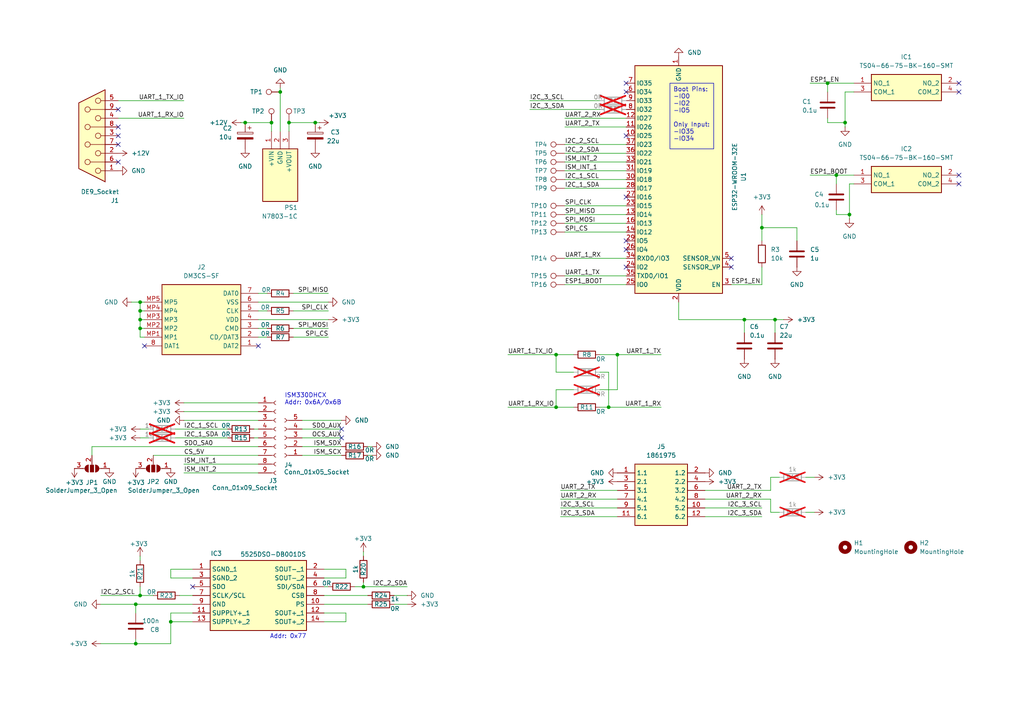
<source format=kicad_sch>
(kicad_sch (version 20250114) (generator "eeschema") (generator_version "9.0")
  (paper "A4")
  (title_block (title "OpenG Sensor Board") (date "2025-04-29") (company "OpenG Project") (comment 1 "Designer: J. Wiedau") (comment 2 "License: GNU GPLv3"))
  (lib_symbols
    (symbol "Connector:Conn_01x05_Socket" (pin_names (offset 1.016) (hide yes))
      (property "Reference" "J" (at 0 7.62 0))
      (property "Value" "Conn_01x05_Socket" (at 0 -7.62 0))
      (symbol "Conn_01x05_Socket_1_1"
        (pin passive line (at -5.08 5.08 0) (length 3.81) (name "Pin_1") (number "1"))
        (pin passive line (at -5.08 2.54 0) (length 3.81) (name "Pin_2") (number "2"))
        (pin passive line (at -5.08 0 0) (length 3.81) (name "Pin_3") (number "3"))
        (pin passive line (at -5.08 -2.54 0) (length 3.81) (name "Pin_4") (number "4"))
        (pin passive line (at -5.08 -5.08 0) (length 3.81) (name "Pin_5") (number "5"))
      )
    )
    (symbol "Connector:Conn_01x09_Socket" (pin_names (offset 1.016) (hide yes))
      (property "Reference" "J" (at 0 12.7 0))
      (property "Value" "Conn_01x09_Socket" (at 0 -12.7 0))
      (symbol "Conn_01x09_Socket_1_1"
        (pin passive line (at -5.08 10.16 0) (length 3.81) (name "Pin_1") (number "1"))
        (pin passive line (at -5.08 7.62 0) (length 3.81) (name "Pin_2") (number "2"))
        (pin passive line (at -5.08 5.08 0) (length 3.81) (name "Pin_3") (number "3"))
        (pin passive line (at -5.08 2.54 0) (length 3.81) (name "Pin_4") (number "4"))
        (pin passive line (at -5.08 0 0) (length 3.81) (name "Pin_5") (number "5"))
        (pin passive line (at -5.08 -2.54 0) (length 3.81) (name "Pin_6") (number "6"))
        (pin passive line (at -5.08 -5.08 0) (length 3.81) (name "Pin_7") (number "7"))
        (pin passive line (at -5.08 -7.62 0) (length 3.81) (name "Pin_8") (number "8"))
        (pin passive line (at -5.08 -10.16 0) (length 3.81) (name "Pin_9") (number "9"))
      )
    )
    (symbol "Connector:DE9_Socket" (pin_names (offset 1.016) (hide yes))
      (property "Reference" "J" (at 0 13.97 0))
      (property "Value" "DE9_Socket" (at 0 -14.605 0))
      (symbol "DE9_Socket_1_1"
        (pin passive line (at -7.62 10.16 0) (length 3.81) (name "1") (number "1"))
        (pin passive line (at -7.62 7.62 0) (length 3.81) (name "6") (number "6"))
        (pin passive line (at -7.62 5.08 0) (length 3.81) (name "2") (number "2"))
        (pin passive line (at -7.62 2.54 0) (length 3.81) (name "7") (number "7"))
        (pin passive line (at -7.62 0 0) (length 3.81) (name "3") (number "3"))
        (pin passive line (at -7.62 -2.54 0) (length 3.81) (name "8") (number "8"))
        (pin passive line (at -7.62 -5.08 0) (length 3.81) (name "4") (number "4"))
        (pin passive line (at -7.62 -7.62 0) (length 3.81) (name "9") (number "9"))
        (pin passive line (at -7.62 -10.16 0) (length 3.81) (name "5") (number "5"))
      )
    )
    (symbol "Connector:TestPoint" (pin_numbers (hide yes)) (pin_names (offset 0.762) (hide yes))
      (property "Reference" "TP" (at 0 6.858 0))
      (property "Value" "TestPoint" (at 0 5.08 0))
      (symbol "TestPoint_1_1"
        (pin passive line (at 0 0 90) (length 2.54) (name "1") (number "1"))
      )
    )
    (symbol "Device:C" (pin_numbers (hide yes)) (pin_names (offset 0.254))
      (property "Reference" "C" (at 0.635 2.54 0))
      (property "Value" "C" (at 0.635 -2.54 0))
      (symbol "C_1_1"
        (pin passive line (at 0 3.81 270) (length 2.794) (name "~") (number "1"))
        (pin passive line (at 0 -3.81 90) (length 2.794) (name "~") (number "2"))
      )
    )
    (symbol "Device:C_Polarized" (pin_numbers (hide yes)) (pin_names (offset 0.254))
      (property "Reference" "C" (at 0.635 2.54 0))
      (property "Value" "C_Polarized" (at 0.635 -2.54 0))
      (symbol "C_Polarized_1_1"
        (pin passive line (at 0 3.81 270) (length 2.794) (name "~") (number "1"))
        (pin passive line (at 0 -3.81 90) (length 2.794) (name "~") (number "2"))
      )
    )
    (symbol "Device:R" (pin_numbers (hide yes)) (pin_names (offset 0))
      (property "Reference" "R" (at 2.032 0 90))
      (property "Value" "R" (at 0 0 90))
      (symbol "R_1_1"
        (pin passive line (at 0 3.81 270) (length 1.27) (name "~") (number "1"))
        (pin passive line (at 0 -3.81 90) (length 1.27) (name "~") (number "2"))
      )
    )
    (symbol "Jumper:SolderJumper_3_Open" (pin_names (offset 0) (hide yes)) (in_bom no)
      (property "Reference" "JP" (at -2.54 -2.54 0))
      (property "Value" "SolderJumper_3_Open" (at 0 2.794 0))
      (symbol "SolderJumper_3_Open_1_1"
        (pin passive line (at -5.08 0 0) (length 2.54) (name "A") (number "1"))
        (pin passive line (at 0 -3.81 90) (length 2.54) (name "C") (number "2"))
        (pin passive line (at 5.08 0 180) (length 2.54) (name "B") (number "3"))
      )
    )
    (symbol "Mechanical:MountingHole" (pin_names (offset 1.016)) (in_bom no)
      (property "Reference" "H" (at 0 5.08 0))
      (property "Value" "MountingHole" (at 0 3.175 0))
    )
    (symbol "OpenG:1861975"
      (property "Reference" "J" (at 21.59 7.62 0))
      (property "Value" "1861975" (at 21.59 5.08 0))
      (symbol "1861975_1_1"
        (pin passive line (at 0 0 0) (length 5.08) (name "1.1") (number "1"))
        (pin passive line (at 0 -2.54 0) (length 5.08) (name "2.1") (number "3"))
        (pin passive line (at 0 -5.08 0) (length 5.08) (name "3.1") (number "5"))
        (pin passive line (at 0 -7.62 0) (length 5.08) (name "4.1") (number "7"))
        (pin passive line (at 0 -10.16 0) (length 5.08) (name "5.1") (number "9"))
        (pin passive line (at 0 -12.7 0) (length 5.08) (name "6.1") (number "11"))
        (pin passive line (at 25.4 0 180) (length 5.08) (name "1.2") (number "2"))
        (pin passive line (at 25.4 -2.54 180) (length 5.08) (name "2.2") (number "4"))
        (pin passive line (at 25.4 -5.08 180) (length 5.08) (name "3.2") (number "6"))
        (pin passive line (at 25.4 -7.62 180) (length 5.08) (name "4.2") (number "8"))
        (pin passive line (at 25.4 -10.16 180) (length 5.08) (name "5.2") (number "10"))
        (pin passive line (at 25.4 -12.7 180) (length 5.08) (name "6.2") (number "12"))
      )
    )
    (symbol "OpenG:5525DSO-DB001DS"
      (property "Reference" "IC4" (at 6.858 4.572 0))
      (property "Value" "5525DSO-DB001DS" (at 23.368 4.318 0))
      (symbol "5525DSO-DB001DS_1_1"
        (pin passive line (at 0 0 0) (length 5.08) (name "SGND_1") (number "1"))
        (pin passive line (at 0 -2.54 0) (length 5.08) (name "SGND_2") (number "3"))
        (pin output line (at 0 -5.08 0) (length 5.08) (name "SDO") (number "5"))
        (pin input line (at 0 -7.62 0) (length 5.08) (name "SCLK/SCL") (number "7"))
        (pin power_in line (at 0 -10.16 0) (length 5.08) (name "GND") (number "9"))
        (pin power_in line (at 0 -12.7 0) (length 5.08) (name "SUPPLY+_1") (number "11"))
        (pin power_in line (at 0 -15.24 0) (length 5.08) (name "SUPPLY+_2") (number "13"))
        (pin passive line (at 38.1 0 180) (length 5.08) (name "SOUT-_1") (number "2"))
        (pin passive line (at 38.1 -2.54 180) (length 5.08) (name "SOUT-_2") (number "4"))
        (pin bidirectional line (at 38.1 -5.08 180) (length 5.08) (name "SDI/SDA") (number "6"))
        (pin input line (at 38.1 -7.62 180) (length 5.08) (name "CSB") (number "8"))
        (pin input line (at 38.1 -10.16 180) (length 5.08) (name "PS") (number "10"))
        (pin output line (at 38.1 -12.7 180) (length 5.08) (name "SOUT+_1") (number "12"))
        (pin output line (at 38.1 -15.24 180) (length 5.08) (name "SOUT+_2") (number "14"))
      )
    )
    (symbol "OpenG:DM3CS-SF"
      (property "Reference" "J" (at 29.21 7.62 0))
      (property "Value" "DM3CS-SF" (at 29.21 5.08 0))
      (symbol "DM3CS-SF_1_1"
        (pin passive line (at 0 0 0) (length 5.08) (name "DAT2") (number "1"))
        (pin passive line (at 0 -2.54 0) (length 5.08) (name "CD/DAT3") (number "2"))
        (pin passive line (at 0 -5.08 0) (length 5.08) (name "CMD") (number "3"))
        (pin passive line (at 0 -7.62 0) (length 5.08) (name "VDD") (number "4"))
        (pin passive line (at 0 -10.16 0) (length 5.08) (name "CLK") (number "5"))
        (pin passive line (at 0 -12.7 0) (length 5.08) (name "VSS") (number "6"))
        (pin passive line (at 0 -15.24 0) (length 5.08) (name "DAT0") (number "7"))
        (pin passive line (at 33.02 0 180) (length 5.08) (name "DAT1") (number "8"))
        (pin passive line (at 33.02 -2.54 180) (length 5.08) (name "MP1") (number "MP1"))
        (pin passive line (at 33.02 -5.08 180) (length 5.08) (name "MP2") (number "MP2"))
        (pin passive line (at 33.02 -7.62 180) (length 5.08) (name "MP3") (number "MP3"))
        (pin passive line (at 33.02 -10.16 180) (length 5.08) (name "MP4") (number "MP4"))
        (pin passive line (at 33.02 -12.7 180) (length 5.08) (name "MP5") (number "MP5"))
      )
    )
    (symbol "OpenG:N7803-1C"
      (property "Reference" "PS" (at 21.59 7.62 0))
      (property "Value" "N7803-1C" (at 21.59 5.08 0))
      (symbol "N7803-1C_1_1"
        (pin passive line (at 0 0 0) (length 5.08) (name "+VIN") (number "1"))
        (pin passive line (at 0 -2.54 0) (length 5.08) (name "GND") (number "2"))
        (pin passive line (at 0 -5.08 0) (length 5.08) (name "+VOUT") (number "3"))
      )
    )
    (symbol "OpenG:TS04-66-75-BK-160-SMT"
      (property "Reference" "IC" (at 26.67 7.62 0))
      (property "Value" "TS04-66-75-BK-160-SMT" (at 26.67 5.08 0))
      (symbol "TS04-66-75-BK-160-SMT_1_1"
        (pin passive line (at 0 0 0) (length 5.08) (name "NO_1") (number "1"))
        (pin passive line (at 0 -2.54 0) (length 5.08) (name "COM_1") (number "3"))
        (pin passive line (at 30.48 0 180) (length 5.08) (name "NO_2") (number "2"))
        (pin passive line (at 30.48 -2.54 180) (length 5.08) (name "COM_2") (number "4"))
      )
    )
    (symbol "RF_Module:ESP32-WROOM-32E"
      (property "Reference" "U" (at -12.7 34.29 0))
      (property "Value" "ESP32-WROOM-32E" (at 1.27 34.29 0))
      (symbol "ESP32-WROOM-32E_1_1"
        (pin input line (at -15.24 30.48 0) (length 2.54) (name "EN") (number "3"))
        (pin input line (at -15.24 25.4 0) (length 2.54) (name "SENSOR_VP") (number "4"))
        (pin input line (at -15.24 22.86 0) (length 2.54) (name "SENSOR_VN") (number "5"))
        (pin no_connect line (at -12.7 0 0) (length 2.54) (hide yes) (name "NC") (number "21"))
        (pin no_connect line (at -12.7 -2.54 0) (length 2.54) (hide yes) (name "NC") (number "22"))
        (pin no_connect line (at -12.7 -5.08 0) (length 2.54) (hide yes) (name "NC") (number "17"))
        (pin no_connect line (at -12.7 -7.62 0) (length 2.54) (hide yes) (name "NC") (number "18"))
        (pin no_connect line (at -12.7 -10.16 0) (length 2.54) (hide yes) (name "NC") (number "20"))
        (pin no_connect line (at -12.7 -12.7 0) (length 2.54) (hide yes) (name "NC") (number "19"))
        (pin no_connect line (at -12.7 -27.94 0) (length 2.54) (hide yes) (name "NC") (number "32"))
        (pin power_in line (at 0 35.56 270) (length 2.54) (name "VDD") (number "2"))
        (pin power_in line (at 0 -35.56 90) (length 2.54) (name "GND") (number "1"))
        (pin passive line (at 0 -35.56 90) (length 2.54) (hide yes) (name "GND") (number "15"))
        (pin passive line (at 0 -35.56 90) (length 2.54) (hide yes) (name "GND") (number "38"))
        (pin passive line (at 0 -35.56 90) (length 2.54) (hide yes) (name "GND") (number "39"))
        (pin bidirectional line (at 15.24 30.48 180) (length 2.54) (name "IO0") (number "25"))
        (pin bidirectional line (at 15.24 27.94 180) (length 2.54) (name "TXD0/IO1") (number "35"))
        (pin bidirectional line (at 15.24 25.4 180) (length 2.54) (name "IO2") (number "24"))
        (pin bidirectional line (at 15.24 22.86 180) (length 2.54) (name "RXD0/IO3") (number "34"))
        (pin bidirectional line (at 15.24 20.32 180) (length 2.54) (name "IO4") (number "26"))
        (pin bidirectional line (at 15.24 17.78 180) (length 2.54) (name "IO5") (number "29"))
        (pin bidirectional line (at 15.24 15.24 180) (length 2.54) (name "IO12") (number "14"))
        (pin bidirectional line (at 15.24 12.7 180) (length 2.54) (name "IO13") (number "16"))
        (pin bidirectional line (at 15.24 10.16 180) (length 2.54) (name "IO14") (number "13"))
        (pin bidirectional line (at 15.24 7.62 180) (length 2.54) (name "IO15") (number "23"))
        (pin bidirectional line (at 15.24 5.08 180) (length 2.54) (name "IO16") (number "27"))
        (pin bidirectional line (at 15.24 2.54 180) (length 2.54) (name "IO17") (number "28"))
        (pin bidirectional line (at 15.24 0 180) (length 2.54) (name "IO18") (number "30"))
        (pin bidirectional line (at 15.24 -2.54 180) (length 2.54) (name "IO19") (number "31"))
        (pin bidirectional line (at 15.24 -5.08 180) (length 2.54) (name "IO21") (number "33"))
        (pin bidirectional line (at 15.24 -7.62 180) (length 2.54) (name "IO22") (number "36"))
        (pin bidirectional line (at 15.24 -10.16 180) (length 2.54) (name "IO23") (number "37"))
        (pin bidirectional line (at 15.24 -12.7 180) (length 2.54) (name "IO25") (number "10"))
        (pin bidirectional line (at 15.24 -15.24 180) (length 2.54) (name "IO26") (number "11"))
        (pin bidirectional line (at 15.24 -17.78 180) (length 2.54) (name "IO27") (number "12"))
        (pin bidirectional line (at 15.24 -20.32 180) (length 2.54) (name "IO32") (number "8"))
        (pin bidirectional line (at 15.24 -22.86 180) (length 2.54) (name "IO33") (number "9"))
        (pin input line (at 15.24 -25.4 180) (length 2.54) (name "IO34") (number "6"))
        (pin input line (at 15.24 -27.94 180) (length 2.54) (name "IO35") (number "7"))
      )
    )
    (symbol "power:+12V" (power) (pin_numbers (hide yes)) (pin_names (offset 0) (hide yes))
      (property "Value" "+12V" (at 0 3.556 0))
      (symbol "+12V_1_1"
        (pin power_in line (at 0 0 90) (length 0) (name "~") (number "1"))
      )
    )
    (symbol "power:+3V3" (power) (pin_numbers (hide yes)) (pin_names (offset 0) (hide yes))
      (property "Value" "+3V3" (at 0 3.556 0))
      (symbol "+3V3_1_1"
        (pin power_in line (at 0 0 90) (length 0) (name "~") (number "1"))
      )
    )
    (symbol "power:GND" (power) (pin_numbers (hide yes)) (pin_names (offset 0) (hide yes))
      (property "Value" "GND" (at 0 -3.81 0))
      (symbol "GND_1_1"
        (pin power_in line (at 0 0 270) (length 0) (name "~") (number "1"))
      )
    )
  )
  (text "Addr: 0x77" (at 83.566 184.658 0) (effects (font (size 1.27 1.27))))
  (text "ISM330DHCX\nAddr: 0x6A/0x6B" (at 82.55 115.824 0) (effects (font (size 1.27 1.27)) (justify left)))
  (text_box "Boot Pins:\n-IO0\n-IO2\n-IO5\n\nOnly Input:\n-IO35\n-IO34" (at 194.31 24.13 0) (size 12.7 19.05) (margins 0.9525 0.9525 0.9525 0.9525) (effects (font (size 1.27 1.27)) (justify left top)))
  (junction (at 71.12 35.56))
  (junction (at 179.07 102.87))
  (junction (at 220.98 66.04))
  (junction (at 49.53 180.34))
  (junction (at 40.64 90.17))
  (junction (at 161.29 118.11))
  (junction (at 105.41 170.18))
  (junction (at 81.28 26.67))
  (junction (at 242.57 50.8))
  (junction (at 91.44 35.56))
  (junction (at 246.38 62.23))
  (junction (at 40.64 87.63))
  (junction (at 83.82 35.56))
  (junction (at 176.53 118.11))
  (junction (at 40.64 172.72))
  (junction (at 161.29 102.87))
  (junction (at 240.03 24.13))
  (junction (at 245.11 35.56))
  (junction (at 39.37 175.26))
  (junction (at 40.64 95.25))
  (junction (at 215.9 92.71))
  (junction (at 224.79 92.71))
  (junction (at 78.74 35.56))
  (junction (at 40.64 92.71))
  (junction (at 39.37 186.69))
  (no_connect (at 181.61 57.15))
  (no_connect (at 278.13 50.8))
  (no_connect (at 99.06 124.46))
  (no_connect (at 212.09 74.93))
  (no_connect (at 181.61 77.47))
  (no_connect (at 181.61 24.13))
  (no_connect (at 212.09 77.47))
  (no_connect (at 34.29 41.91))
  (no_connect (at 34.29 46.99))
  (no_connect (at 34.29 36.83))
  (no_connect (at 55.88 170.18))
  (no_connect (at 34.29 39.37))
  (no_connect (at 74.93 100.33))
  (no_connect (at 181.61 26.67))
  (no_connect (at 181.61 39.37))
  (no_connect (at 99.06 127))
  (no_connect (at 278.13 26.67))
  (no_connect (at 278.13 24.13))
  (no_connect (at 278.13 53.34))
  (no_connect (at 41.91 100.33))
  (no_connect (at 181.61 69.85))
  (no_connect (at 181.61 72.39))
  (no_connect (at 34.29 31.75))
  (wire (pts (xy 53.34 29.21) (xy 34.29 29.21)))
  (wire (pts (xy 85.09 95.25) (xy 95.25 95.25)))
  (wire (pts (xy 245.11 26.67) (xy 247.65 26.67)))
  (wire (pts (xy 166.37 113.03) (xy 161.29 113.03)))
  (wire (pts (xy 220.98 66.04) (xy 220.98 69.85)))
  (wire (pts (xy 107.95 129.54) (xy 106.68 129.54)))
  (wire (pts (xy 246.38 62.23) (xy 246.38 53.34)))
  (wire (pts (xy 223.52 138.43) (xy 226.06 138.43)))
  (wire (pts (xy 234.95 50.8) (xy 242.57 50.8)))
  (wire (pts (xy 40.64 170.18) (xy 40.64 172.72)))
  (wire (pts (xy 73.66 127) (xy 74.93 127)))
  (wire (pts (xy 246.38 63.5) (xy 246.38 62.23)))
  (wire (pts (xy 223.52 148.59) (xy 226.06 148.59)))
  (wire (pts (xy 161.29 107.95) (xy 161.29 102.87)))
  (wire (pts (xy 245.11 35.56) (xy 245.11 26.67)))
  (wire (pts (xy 153.67 29.21) (xy 173.99 29.21)))
  (wire (pts (xy 74.93 87.63) (xy 95.25 87.63)))
  (wire (pts (xy 87.63 129.54) (xy 99.06 129.54)))
  (wire (pts (xy 53.34 121.92) (xy 74.93 121.92)))
  (wire (pts (xy 53.34 34.29) (xy 34.29 34.29)))
  (wire (pts (xy 74.93 95.25) (xy 77.47 95.25)))
  (wire (pts (xy 73.66 124.46) (xy 74.93 124.46)))
  (wire (pts (xy 173.99 118.11) (xy 176.53 118.11)))
  (wire (pts (xy 93.98 180.34) (xy 100.33 180.34)))
  (wire (pts (xy 242.57 50.8) (xy 242.57 53.34)))
  (wire (pts (xy 49.53 180.34) (xy 49.53 186.69)))
  (wire (pts (xy 231.14 66.04) (xy 220.98 66.04)))
  (wire (pts (xy 105.41 161.29) (xy 105.41 160.02)))
  (wire (pts (xy 52.07 172.72) (xy 55.88 172.72)))
  (wire (pts (xy 106.68 172.72) (xy 93.98 172.72)))
  (wire (pts (xy 39.37 186.69) (xy 29.21 186.69)))
  (wire (pts (xy 173.99 113.03) (xy 179.07 113.03)))
  (wire (pts (xy 100.33 167.64) (xy 100.33 165.1)))
  (wire (pts (xy 74.93 90.17) (xy 77.47 90.17)))
  (wire (pts (xy 87.63 132.08) (xy 99.06 132.08)))
  (wire (pts (xy 107.95 132.08) (xy 106.68 132.08)))
  (wire (pts (xy 163.83 34.29) (xy 181.61 34.29)))
  (wire (pts (xy 223.52 144.78) (xy 223.52 148.59)))
  (wire (pts (xy 81.28 25.4) (xy 81.28 26.67)))
  (wire (pts (xy 215.9 92.71) (xy 215.9 96.52)))
  (wire (pts (xy 163.83 67.31) (xy 181.61 67.31)))
  (wire (pts (xy 26.67 129.54) (xy 74.93 129.54)))
  (wire (pts (xy 93.98 167.64) (xy 100.33 167.64)))
  (wire (pts (xy 40.64 95.25) (xy 40.64 92.71)))
  (wire (pts (xy 179.07 102.87) (xy 191.77 102.87)))
  (wire (pts (xy 49.53 180.34) (xy 49.53 177.8)))
  (wire (pts (xy 81.28 26.67) (xy 81.28 38.1)))
  (wire (pts (xy 38.1 87.63) (xy 40.64 87.63)))
  (wire (pts (xy 78.74 35.56) (xy 71.12 35.56)))
  (wire (pts (xy 161.29 102.87) (xy 166.37 102.87)))
  (wire (pts (xy 74.93 85.09) (xy 77.47 85.09)))
  (wire (pts (xy 40.64 172.72) (xy 44.45 172.72)))
  (wire (pts (xy 245.11 36.83) (xy 245.11 35.56)))
  (wire (pts (xy 55.88 167.64) (xy 49.53 167.64)))
  (wire (pts (xy 39.37 175.26) (xy 55.88 175.26)))
  (wire (pts (xy 163.83 41.91) (xy 181.61 41.91)))
  (wire (pts (xy 233.68 138.43) (xy 236.22 138.43)))
  (wire (pts (xy 40.64 162.56) (xy 40.64 161.29)))
  (wire (pts (xy 40.64 92.71) (xy 40.64 90.17)))
  (wire (pts (xy 43.18 124.46) (xy 40.64 124.46)))
  (wire (pts (xy 40.64 90.17) (xy 40.64 87.63)))
  (wire (pts (xy 100.33 165.1) (xy 93.98 165.1)))
  (wire (pts (xy 163.83 52.07) (xy 181.61 52.07)))
  (wire (pts (xy 240.03 24.13) (xy 247.65 24.13)))
  (wire (pts (xy 44.45 132.08) (xy 74.93 132.08)))
  (wire (pts (xy 91.44 35.56) (xy 83.82 35.56)))
  (wire (pts (xy 85.09 97.79) (xy 95.25 97.79)))
  (wire (pts (xy 105.41 170.18) (xy 118.11 170.18)))
  (wire (pts (xy 161.29 113.03) (xy 161.29 118.11)))
  (wire (pts (xy 41.91 90.17) (xy 40.64 90.17)))
  (wire (pts (xy 41.91 97.79) (xy 40.64 97.79)))
  (wire (pts (xy 49.53 165.1) (xy 55.88 165.1)))
  (wire (pts (xy 85.09 90.17) (xy 95.25 90.17)))
  (wire (pts (xy 26.67 132.08) (xy 26.67 129.54)))
  (wire (pts (xy 39.37 177.8) (xy 39.37 175.26)))
  (wire (pts (xy 29.21 175.26) (xy 39.37 175.26)))
  (wire (pts (xy 100.33 180.34) (xy 100.33 177.8)))
  (wire (pts (xy 87.63 127) (xy 99.06 127)))
  (wire (pts (xy 224.79 96.52) (xy 224.79 92.71)))
  (wire (pts (xy 50.8 127) (xy 66.04 127)))
  (wire (pts (xy 231.14 69.85) (xy 231.14 66.04)))
  (wire (pts (xy 242.57 62.23) (xy 246.38 62.23)))
  (wire (pts (xy 163.83 49.53) (xy 181.61 49.53)))
  (wire (pts (xy 204.47 144.78) (xy 223.52 144.78)))
  (wire (pts (xy 53.34 119.38) (xy 74.93 119.38)))
  (wire (pts (xy 163.83 64.77) (xy 181.61 64.77)))
  (wire (pts (xy 147.32 102.87) (xy 161.29 102.87)))
  (wire (pts (xy 240.03 35.56) (xy 245.11 35.56)))
  (wire (pts (xy 163.83 54.61) (xy 181.61 54.61)))
  (wire (pts (xy 212.09 82.55) (xy 220.98 82.55)))
  (wire (pts (xy 41.91 92.71) (xy 40.64 92.71)))
  (wire (pts (xy 85.09 85.09) (xy 95.25 85.09)))
  (wire (pts (xy 196.85 92.71) (xy 215.9 92.71)))
  (wire (pts (xy 163.83 44.45) (xy 181.61 44.45)))
  (wire (pts (xy 220.98 82.55) (xy 220.98 77.47)))
  (wire (pts (xy 40.64 87.63) (xy 41.91 87.63)))
  (wire (pts (xy 83.82 35.56) (xy 83.82 38.1)))
  (wire (pts (xy 53.34 116.84) (xy 74.93 116.84)))
  (wire (pts (xy 163.83 59.69) (xy 181.61 59.69)))
  (wire (pts (xy 173.99 107.95) (xy 176.53 107.95)))
  (wire (pts (xy 74.93 92.71) (xy 95.25 92.71)))
  (wire (pts (xy 93.98 170.18) (xy 95.25 170.18)))
  (wire (pts (xy 147.32 118.11) (xy 161.29 118.11)))
  (wire (pts (xy 87.63 121.92) (xy 99.06 121.92)))
  (wire (pts (xy 163.83 80.01) (xy 181.61 80.01)))
  (wire (pts (xy 153.67 31.75) (xy 173.99 31.75)))
  (wire (pts (xy 179.07 113.03) (xy 179.07 102.87)))
  (wire (pts (xy 204.47 147.32) (xy 220.98 147.32)))
  (wire (pts (xy 102.87 170.18) (xy 105.41 170.18)))
  (wire (pts (xy 29.21 172.72) (xy 40.64 172.72)))
  (wire (pts (xy 118.11 172.72) (xy 114.3 172.72)))
  (wire (pts (xy 166.37 107.95) (xy 161.29 107.95)))
  (wire (pts (xy 55.88 180.34) (xy 49.53 180.34)))
  (wire (pts (xy 162.56 149.86) (xy 179.07 149.86)))
  (wire (pts (xy 87.63 124.46) (xy 99.06 124.46)))
  (wire (pts (xy 181.61 74.93) (xy 163.83 74.93)))
  (wire (pts (xy 204.47 142.24) (xy 223.52 142.24)))
  (wire (pts (xy 196.85 92.71) (xy 196.85 87.63)))
  (wire (pts (xy 161.29 118.11) (xy 166.37 118.11)))
  (wire (pts (xy 43.18 127) (xy 40.64 127)))
  (wire (pts (xy 173.99 102.87) (xy 179.07 102.87)))
  (wire (pts (xy 114.3 175.26) (xy 118.11 175.26)))
  (wire (pts (xy 93.98 177.8) (xy 100.33 177.8)))
  (wire (pts (xy 163.83 36.83) (xy 181.61 36.83)))
  (wire (pts (xy 53.34 134.62) (xy 74.93 134.62)))
  (wire (pts (xy 234.95 24.13) (xy 240.03 24.13)))
  (wire (pts (xy 162.56 144.78) (xy 179.07 144.78)))
  (wire (pts (xy 233.68 148.59) (xy 236.22 148.59)))
  (wire (pts (xy 78.74 35.56) (xy 78.74 38.1)))
  (wire (pts (xy 53.34 137.16) (xy 74.93 137.16)))
  (wire (pts (xy 49.53 177.8) (xy 55.88 177.8)))
  (wire (pts (xy 92.71 35.56) (xy 91.44 35.56)))
  (wire (pts (xy 40.64 97.79) (xy 40.64 95.25)))
  (wire (pts (xy 162.56 147.32) (xy 179.07 147.32)))
  (wire (pts (xy 39.37 185.42) (xy 39.37 186.69)))
  (wire (pts (xy 242.57 60.96) (xy 242.57 62.23)))
  (wire (pts (xy 71.12 35.56) (xy 69.85 35.56)))
  (wire (pts (xy 224.79 92.71) (xy 227.33 92.71)))
  (wire (pts (xy 176.53 118.11) (xy 191.77 118.11)))
  (wire (pts (xy 74.93 97.79) (xy 77.47 97.79)))
  (wire (pts (xy 215.9 92.71) (xy 224.79 92.71)))
  (wire (pts (xy 240.03 24.13) (xy 240.03 26.67)))
  (wire (pts (xy 246.38 53.34) (xy 247.65 53.34)))
  (wire (pts (xy 49.53 186.69) (xy 39.37 186.69)))
  (wire (pts (xy 163.83 62.23) (xy 181.61 62.23)))
  (wire (pts (xy 93.98 175.26) (xy 106.68 175.26)))
  (wire (pts (xy 49.53 167.64) (xy 49.53 165.1)))
  (wire (pts (xy 50.8 124.46) (xy 66.04 124.46)))
  (wire (pts (xy 162.56 142.24) (xy 179.07 142.24)))
  (wire (pts (xy 105.41 168.91) (xy 105.41 170.18)))
  (wire (pts (xy 242.57 50.8) (xy 247.65 50.8)))
  (wire (pts (xy 223.52 142.24) (xy 223.52 138.43)))
  (wire (pts (xy 220.98 62.23) (xy 220.98 66.04)))
  (wire (pts (xy 204.47 149.86) (xy 220.98 149.86)))
  (wire (pts (xy 163.83 46.99) (xy 181.61 46.99)))
  (wire (pts (xy 176.53 107.95) (xy 176.53 118.11)))
  (wire (pts (xy 240.03 34.29) (xy 240.03 35.56)))
  (wire (pts (xy 41.91 95.25) (xy 40.64 95.25)))
  (wire (pts (xy 163.83 82.55) (xy 181.61 82.55)))
  (label "ISM_INT_2" (at 163.83 46.99 0))
  (label "I2C_1_SDA" (at 163.83 54.61 0))
  (label "ISM_SDX" (at 99.06 129.54 180))
  (label "UART_1_TX_IO" (at 147.32 102.87 0))
  (label "SDO_SA0" (at 53.34 129.54 0))
  (label "UART_2_RX" (at 220.98 144.78 180))
  (label "UART_2_TX" (at 163.83 36.83 0))
  (label "SDO_AUX" (at 99.06 124.46 180))
  (label "ISM_INT_1" (at 53.34 134.62 0))
  (label "UART_1_TX" (at 191.77 102.87 180))
  (label "ISM_INT_1" (at 163.83 49.53 0))
  (label "CS_5V" (at 53.34 132.08 0))
  (label "I2C_1_SCL" (at 53.34 124.46 0))
  (label "ESP1_EN" (at 212.09 82.55 0))
  (label "I2C_1_SDA" (at 53.34 127 0))
  (label "SPI_MISO" (at 163.83 62.23 0))
  (label "UART_1_RX" (at 191.77 118.11 180))
  (label "UART_1_TX" (at 163.83 80.01 0))
  (label "UART_2_TX" (at 162.56 142.24 0))
  (label "UART_1_RX" (at 163.83 74.93 0))
  (label "I2C_1_SCL" (at 163.83 52.07 0))
  (label "UART_1_RX_IO" (at 53.34 34.29 180))
  (label "SPI_CS" (at 95.25 97.79 180))
  (label "UART_1_TX_IO" (at 53.34 29.21 180))
  (label "I2C_3_SDA" (at 153.67 31.75 0))
  (label "SPI_MOSI" (at 95.25 95.25 180))
  (label "SPI_CLK" (at 95.25 90.17 180))
  (label "UART_1_RX_IO" (at 147.32 118.11 0))
  (label "UART_2_RX" (at 163.83 34.29 0))
  (label "I2C_3_SCL" (at 153.67 29.21 0))
  (label "ESP1_BOOT" (at 163.83 82.55 0))
  (label "I2C_3_SCL" (at 220.98 147.32 180))
  (label "ISM_INT_2" (at 53.34 137.16 0))
  (label "I2C_2_SDA" (at 163.83 44.45 0))
  (label "SPI_MISO" (at 95.25 85.09 180))
  (label "I2C_2_SDA" (at 118.11 170.18 180))
  (label "I2C_3_SDA" (at 162.56 149.86 0))
  (label "ESP1_BOOT" (at 234.95 50.8 0))
  (label "SPI_CS" (at 163.83 67.31 0))
  (label "UART_2_TX" (at 220.98 142.24 180))
  (label "I2C_3_SCL" (at 162.56 147.32 0))
  (label "SPI_CLK" (at 163.83 59.69 0))
  (label "I2C_3_SDA" (at 220.98 149.86 180))
  (label "I2C_2_SCL" (at 29.21 172.72 0))
  (label "OCS_AUX" (at 99.06 127 180))
  (label "ESP1_EN" (at 234.95 24.13 0))
  (label "ISM_SCX" (at 99.06 132.08 180))
  (label "UART_2_RX" (at 162.56 144.78 0))
  (label "I2C_2_SCL" (at 163.83 41.91 0))
  (label "SPI_MOSI" (at 163.83 64.77 0))
  (symbol (lib_id "Device:R") (at 81.28 95.25 90) (unit 1)
    (property "Reference" "R6" (at 81.28 95.25 90))
    (property "Value" "0R" (at 76.962 94.234 90))
    (property "Footprint" "Resistor_SMD:R_0805_2012Metric_Pad1.20x1.40mm_HandSolder" (effects (hide yes)))
    (property "Description" "Resistor" (effects (hide yes)))
  )
  (symbol (lib_id "OpenG:TS04-66-75-BK-160-SMT") (at 247.65 50.8 0) (unit 1)
    (property "Reference" "IC2" (at 262.89 43.18 0))
    (property "Value" "TS04-66-75-BK-160-SMT" (at 262.89 45.72 0))
    (property "Footprint" "SamacSys_Parts:TS046675BK160SMT" (effects (hide yes)))
    (property "Datasheet" "https://www.sameskydevices.com/product/resource/supplyframepdf/ts04.pdf" (effects (hide yes)))
    (property "Description" "6 x 6 mm, 7.5 mm Actuator Height, 160 gf, Black, Surface Mount, SPST, Tactile Switch" (effects (hide yes)))
    (property "Height" "7.8" (effects (hide yes)))
    (property "Mouser Part Number" "179-TS046675BK160SMT" (effects (hide yes)))
    (property "Mouser Price/Stock" "https://www.mouser.co.uk/ProductDetail/CUI-Devices/TS04-66-75-BK-160-SMT?qs=A6eO%252BMLsxmR5CIauYOve0Q%3D%3D" (effects (hide yes)))
    (property "Manufacturer_Name" "Same Sky" (effects (hide yes)))
    (property "Manufacturer_Part_Number" "TS04-66-75-BK-160-SMT" (effects (hide yes)))
  )
  (symbol (lib_id "Device:C") (at 242.57 57.15 0) (unit 1)
    (property "Reference" "C4" (at 236.22 56.388 0) (effects (justify left)))
    (property "Value" "0.1u" (at 236.22 59.436 0) (effects (justify left)))
    (property "Footprint" "Capacitor_SMD:C_0805_2012Metric_Pad1.18x1.45mm_HandSolder" (effects (hide yes)))
    (property "Description" "0.1u 50VDC" (effects (hide yes)))
  )
  (symbol (lib_id "Device:R") (at 46.99 127 270) (unit 1) (dnp yes)
    (property "Reference" "R14" (at 46.99 127 90))
    (property "Value" "1k" (at 43.18 125.984 90))
    (property "Footprint" "Resistor_SMD:R_0805_2012Metric_Pad1.20x1.40mm_HandSolder" (effects (hide yes)))
    (property "Description" "Resistor" (effects (hide yes)))
  )
  (symbol (lib_id "Connector:DE9_Socket") (at 26.67 39.37 180) (unit 1)
    (property "Reference" "J1" (at 34.544 58.166 0) (effects (justify left)))
    (property "Value" "DE9_Socket" (at 34.544 55.626 0) (effects (justify left)))
    (property "Footprint" "SamacSys_Parts:NFD17E09SAFC1DA" (effects (hide yes)))
    (property "Datasheet" "https://cdn.amphenol-cs.com/media/wysiwyg/files/documentation/datasheet/inputoutput/io_dsub_standard_density_nfd17.pdf" (effects (hide yes)))
    (property "Description" "9-pin D-SUB connector, socket (female)" (effects (hide yes)))
    (property "Dist" "https://www.mouser.de/ProductDetail/Amphenol-Commercial-Products/NFD17E09SAFC1DA?qs=IPgv5n7u5Qa%2F0O1gD%252B%2FCWQ%3D%3D" (effects (hide yes)))
  )
  (symbol (lib_id "power:GND") (at 31.75 135.89 0) (unit 1)
    (property "Reference" "#PWR028" (effects (hide yes)))
    (property "Value" "GND" (at 31.75 139.7 0))
    (property "Description" "Power symbol creates a global label with name \"GND\" , ground" (effects (hide yes)))
  )
  (symbol (lib_id "power:+3V3") (at 39.37 135.89 180) (unit 1)
    (property "Reference" "#PWR034" (effects (hide yes)))
    (property "Value" "+3V3" (at 39.37 139.954 0))
    (property "Description" "Power symbol creates a global label with name \"+3V3\"" (effects (hide yes)))
  )
  (symbol (lib_id "power:GND") (at 179.07 137.16 270) (unit 1)
    (property "Reference" "#PWR029" (effects (hide yes)))
    (property "Value" "GND" (at 175.26 137.1599 90) (effects (justify right)))
    (property "Description" "Power symbol creates a global label with name \"GND\" , ground" (effects (hide yes)))
  )
  (symbol (lib_id "power:GND") (at 71.12 43.18 0) (mirror y) (unit 1)
    (property "Reference" "#PWR06" (effects (hide yes)))
    (property "Value" "GND" (at 71.12 48.26 0))
    (property "Description" "Power symbol creates a global label with name \"GND\" , ground" (effects (hide yes)))
  )
  (symbol (lib_id "power:GND") (at 118.11 172.72 90) (unit 1)
    (property "Reference" "#PWR039" (effects (hide yes)))
    (property "Value" "GND" (at 121.92 172.7201 90) (effects (justify right)))
    (property "Description" "Power symbol creates a global label with name \"GND\" , ground" (effects (hide yes)))
  )
  (symbol (lib_id "Connector:TestPoint") (at 163.83 80.01 90) (unit 1)
    (property "Reference" "TP15" (at 158.75 80.01 90) (effects (justify left)))
    (property "Value" "TestPoint" (effects (hide yes)))
    (property "Footprint" "TestPoint:TestPoint_Pad_D2.5mm" (effects (hide yes)))
    (property "Description" "test point" (effects (hide yes)))
  )
  (symbol (lib_id "Device:R") (at 177.8 29.21 90) (unit 1) (dnp yes)
    (property "Reference" "R1" (at 177.8 29.21 90))
    (property "Value" "0R" (at 173.482 28.194 90))
    (property "Footprint" "Resistor_SMD:R_0805_2012Metric_Pad1.20x1.40mm_HandSolder" (effects (hide yes)))
    (property "Description" "Resistor" (effects (hide yes)))
  )
  (symbol (lib_id "power:+12V") (at 69.85 35.56 90) (unit 1)
    (property "Reference" "#PWR03" (effects (hide yes)))
    (property "Value" "+12V" (at 66.04 35.5599 90) (effects (justify left)))
    (property "Description" "Power symbol creates a global label with name \"+12V\"" (effects (hide yes)))
  )
  (symbol (lib_id "Connector:TestPoint") (at 163.83 52.07 90) (unit 1)
    (property "Reference" "TP8" (at 158.75 52.07 90) (effects (justify left)))
    (property "Value" "TestPoint" (effects (hide yes)))
    (property "Footprint" "TestPoint:TestPoint_Pad_D2.5mm" (effects (hide yes)))
    (property "Description" "test point" (effects (hide yes)))
  )
  (symbol (lib_id "Device:R") (at 170.18 118.11 90) (unit 1)
    (property "Reference" "R11" (at 170.18 118.11 90))
    (property "Value" "0R" (at 174.244 119.38 90))
    (property "Footprint" "Resistor_SMD:R_0805_2012Metric_Pad1.20x1.40mm_HandSolder" (effects (hide yes)))
    (property "Description" "Resistor" (effects (hide yes)))
  )
  (symbol (lib_id "Device:R") (at 105.41 165.1 180) (unit 1)
    (property "Reference" "R20" (at 105.41 165.1 90))
    (property "Value" "1k" (at 103.124 165.1 90))
    (property "Footprint" "Resistor_SMD:R_0805_2012Metric_Pad1.20x1.40mm_HandSolder" (effects (hide yes)))
    (property "Description" "Resistor" (effects (hide yes)))
  )
  (symbol (lib_id "power:+3V3") (at 118.11 175.26 270) (unit 1)
    (property "Reference" "#PWR041" (effects (hide yes)))
    (property "Value" "+3V3" (at 121.92 175.2599 90) (effects (justify left)))
    (property "Description" "Power symbol creates a global label with name \"+3V3\"" (effects (hide yes)))
  )
  (symbol (lib_id "Connector:TestPoint") (at 83.82 35.56 0) (mirror y) (unit 1)
    (property "Reference" "TP3" (at 88.646 32.258 0) (effects (justify left)))
    (property "Value" "TestPoint" (effects (hide yes)))
    (property "Footprint" "TestPoint:TestPoint_Pad_D2.5mm" (effects (hide yes)))
    (property "Description" "test point" (effects (hide yes)))
  )
  (symbol (lib_id "Device:R") (at 102.87 129.54 270) (unit 1)
    (property "Reference" "R16" (at 102.87 129.54 90))
    (property "Value" "0R" (at 107.188 130.556 90))
    (property "Footprint" "Resistor_SMD:R_0805_2012Metric_Pad1.20x1.40mm_HandSolder" (effects (hide yes)))
    (property "Description" "Resistor" (effects (hide yes)))
  )
  (symbol (lib_id "Device:R") (at 170.18 107.95 90) (unit 1) (dnp yes)
    (property "Reference" "R9" (at 170.18 107.95 90))
    (property "Value" "0R" (at 174.244 109.22 90))
    (property "Footprint" "Resistor_SMD:R_0805_2012Metric_Pad1.20x1.40mm_HandSolder" (effects (hide yes)))
    (property "Description" "Resistor" (effects (hide yes)))
  )
  (symbol (lib_id "Device:R") (at 102.87 132.08 270) (unit 1)
    (property "Reference" "R17" (at 102.87 132.08 90))
    (property "Value" "0R" (at 107.188 133.096 90))
    (property "Footprint" "Resistor_SMD:R_0805_2012Metric_Pad1.20x1.40mm_HandSolder" (effects (hide yes)))
    (property "Description" "Resistor" (effects (hide yes)))
  )
  (symbol (lib_id "power:+3V3") (at 29.21 186.69 90) (unit 1)
    (property "Reference" "#PWR042" (effects (hide yes)))
    (property "Value" "+3V3" (at 25.4 186.6899 90) (effects (justify left)))
    (property "Description" "Power symbol creates a global label with name \"+3V3\"" (effects (hide yes)))
  )
  (symbol (lib_id "power:GND") (at 231.14 77.47 0) (unit 1)
    (property "Reference" "#PWR012" (effects (hide yes)))
    (property "Value" "GND" (at 231.14 82.55 0))
    (property "Description" "Power symbol creates a global label with name \"GND\" , ground" (effects (hide yes)))
  )
  (symbol (lib_id "power:+3V3") (at 220.98 62.23 0) (unit 1)
    (property "Reference" "#PWR010" (effects (hide yes)))
    (property "Value" "+3V3" (at 220.98 57.15 0))
    (property "Description" "Power symbol creates a global label with name \"+3V3\"" (effects (hide yes)))
  )
  (symbol (lib_id "Device:C") (at 39.37 181.61 180) (unit 1)
    (property "Reference" "C8" (at 46.228 182.626 0) (effects (justify left)))
    (property "Value" "100n" (at 46.228 180.086 0) (effects (justify left)))
    (property "Footprint" "Capacitor_SMD:C_0805_2012Metric_Pad1.18x1.45mm_HandSolder" (effects (hide yes)))
    (property "Description" "100n" (effects (hide yes)))
  )
  (symbol (lib_id "Device:R") (at 69.85 127 90) (unit 1)
    (property "Reference" "R15" (at 69.85 127 90))
    (property "Value" "0R" (at 65.532 125.984 90))
    (property "Footprint" "Resistor_SMD:R_0805_2012Metric_Pad1.20x1.40mm_HandSolder" (effects (hide yes)))
    (property "Description" "Resistor" (effects (hide yes)))
  )
  (symbol (lib_id "Device:R") (at 99.06 170.18 90) (unit 1)
    (property "Reference" "R22" (at 99.06 170.18 90))
    (property "Value" "0R" (at 94.742 169.164 90))
    (property "Footprint" "Resistor_SMD:R_0805_2012Metric_Pad1.20x1.40mm_HandSolder" (effects (hide yes)))
    (property "Description" "Resistor" (effects (hide yes)))
  )
  (symbol (lib_id "power:GND") (at 29.21 175.26 270) (unit 1)
    (property "Reference" "#PWR040" (effects (hide yes)))
    (property "Value" "GND" (at 25.4 175.2599 90) (effects (justify right)))
    (property "Description" "Power symbol creates a global label with name \"GND\" , ground" (effects (hide yes)))
  )
  (symbol (lib_id "Jumper:SolderJumper_3_Open") (at 26.67 135.89 180) (unit 1) (in_bom no)
    (property "Reference" "JP1" (at 26.67 139.954 0))
    (property "Value" "SolderJumper_3_Open" (at 23.622 142.24 0))
    (property "Footprint" "Jumper:SolderJumper-3_P2.0mm_Open_TrianglePad1.0x1.5mm" (effects (hide yes)))
    (property "Description" "Solder Jumper, 3-pole, open" (effects (hide yes)))
  )
  (symbol (lib_id "Device:C") (at 224.79 100.33 0) (unit 1)
    (property "Reference" "C7" (at 226.06 94.742 0) (effects (justify left)))
    (property "Value" "22u" (at 226.06 97.282 0) (effects (justify left)))
    (property "Footprint" "Capacitor_SMD:C_0805_2012Metric_Pad1.18x1.45mm_HandSolder" (effects (hide yes)))
    (property "Description" "Unpolarized capacitor" (effects (hide yes)))
  )
  (symbol (lib_id "Connector:TestPoint") (at 163.83 82.55 90) (unit 1)
    (property "Reference" "TP16" (at 158.75 82.55 90) (effects (justify left)))
    (property "Value" "TestPoint" (effects (hide yes)))
    (property "Footprint" "TestPoint:TestPoint_Pad_D2.5mm" (effects (hide yes)))
    (property "Description" "test point" (effects (hide yes)))
  )
  (symbol (lib_id "Connector:TestPoint") (at 163.83 54.61 90) (unit 1)
    (property "Reference" "TP9" (at 158.75 54.61 90) (effects (justify left)))
    (property "Value" "TestPoint" (effects (hide yes)))
    (property "Footprint" "TestPoint:TestPoint_Pad_D2.5mm" (effects (hide yes)))
    (property "Description" "test point" (effects (hide yes)))
  )
  (symbol (lib_id "Device:C") (at 215.9 100.33 0) (unit 1)
    (property "Reference" "C6" (at 217.424 94.742 0) (effects (justify left)))
    (property "Value" "0.1u" (at 217.424 97.282 0) (effects (justify left)))
    (property "Footprint" "Capacitor_SMD:C_0805_2012Metric_Pad1.18x1.45mm_HandSolder" (effects (hide yes)))
    (property "Description" "Unpolarized capacitor" (effects (hide yes)))
  )
  (symbol (lib_id "Connector:TestPoint") (at 163.83 59.69 90) (unit 1)
    (property "Reference" "TP10" (at 158.75 59.69 90) (effects (justify left)))
    (property "Value" "TestPoint" (effects (hide yes)))
    (property "Footprint" "TestPoint:TestPoint_Pad_D2.5mm" (effects (hide yes)))
    (property "Description" "test point" (effects (hide yes)))
  )
  (symbol (lib_id "power:GND") (at 215.9 104.14 0) (unit 1)
    (property "Reference" "#PWR017" (effects (hide yes)))
    (property "Value" "GND" (at 215.9 109.22 0))
    (property "Description" "Power symbol creates a global label with name \"GND\" , ground" (effects (hide yes)))
  )
  (symbol (lib_id "OpenG:1861975") (at 179.07 137.16 0) (unit 1)
    (property "Reference" "J5" (at 191.77 129.54 0))
    (property "Value" "1861975" (at 191.77 132.08 0))
    (property "Footprint" "SamacSys_Parts:PC1861975" (effects (hide yes)))
    (property "Datasheet" "http://www.phoenixcontact.com/de/produkte/1861975/pdf" (effects (hide yes)))
    (property "Description" "PCB terminal block, nominal current: 16 A, rated voltage (III/2): 160 V, nominal cross section: 1.5 mm?, Number of potentials: 6, Number of rows: 1, Number of positions per row: 6, product range: SPTAF 1/..-IL, pitch: 3.5 mm, connection method: Push-in spring connection, mounting: Wave soldering, conductor/PCB connection direction: 45 ?, color: green, Pin layout: Linear double pinning, Solder pin [P]: 2.6 mm, type of packaging: packed in cardboard" (effects (hide yes)))
    (property "Mouser Part Number" "651-1861975" (effects (hide yes)))
    (property "Mouser Price/Stock" "https://www.mouser.co.uk/ProductDetail/Phoenix-Contact/1861975?qs=tlR8i4ZVbUeb8cFKQBJmmw%3D%3D" (effects (hide yes)))
    (property "Manufacturer_Name" "Phoenix Contact" (effects (hide yes)))
    (property "Manufacturer_Part_Number" "1861975" (effects (hide yes)))
  )
  (symbol (lib_id "Connector:TestPoint") (at 163.83 64.77 90) (unit 1)
    (property "Reference" "TP12" (at 158.75 64.77 90) (effects (justify left)))
    (property "Value" "TestPoint" (effects (hide yes)))
    (property "Footprint" "TestPoint:TestPoint_Pad_D2.5mm" (effects (hide yes)))
    (property "Description" "test point" (effects (hide yes)))
  )
  (symbol (lib_id "power:GND") (at 95.25 87.63 90) (unit 1)
    (property "Reference" "#PWR014" (effects (hide yes)))
    (property "Value" "GND" (at 99.06 87.6299 90) (effects (justify right)))
    (property "Description" "Power symbol creates a global label with name \"GND\" , ground" (effects (hide yes)))
  )
  (symbol (lib_id "power:+3V3") (at 53.34 119.38 90) (unit 1)
    (property "Reference" "#PWR020" (effects (hide yes)))
    (property "Value" "+3V3" (at 49.53 119.3799 90) (effects (justify left)))
    (property "Description" "Power symbol creates a global label with name \"+3V3\"" (effects (hide yes)))
  )
  (symbol (lib_id "Connector:TestPoint") (at 163.83 62.23 90) (unit 1)
    (property "Reference" "TP11" (at 158.75 62.23 90) (effects (justify left)))
    (property "Value" "TestPoint" (effects (hide yes)))
    (property "Footprint" "TestPoint:TestPoint_Pad_D2.5mm" (effects (hide yes)))
    (property "Description" "test point" (effects (hide yes)))
  )
  (symbol (lib_id "Connector:TestPoint") (at 78.74 35.56 0) (mirror y) (unit 1)
    (property "Reference" "TP2" (at 76.708 32.258 0) (effects (justify left)))
    (property "Value" "TestPoint" (effects (hide yes)))
    (property "Footprint" "TestPoint:TestPoint_Pad_D2.5mm" (effects (hide yes)))
    (property "Description" "test point" (effects (hide yes)))
  )
  (symbol (lib_id "OpenG:N7803-1C") (at 78.74 38.1 90) (mirror x) (unit 1)
    (property "Reference" "PS1" (at 86.36 60.198 90) (effects (justify left)))
    (property "Value" "N7803-1C" (at 86.36 62.738 90) (effects (justify left)))
    (property "Footprint" "SamacSys_Parts:N78031C" (effects (hide yes)))
    (property "Datasheet" "https://www.meanwell.com/webapp/product/search.aspx?prod=N78" (effects (hide yes)))
    (property "Description" "Switching Voltage Regulators 6-36Vin 3.3Vout 0-1000mA Encapsulated Non-Isolated DC-DC Switching Regulator" (effects (hide yes)))
    (property "Height" "17.5" (effects (hide yes)))
    (property "Mouser Part Number" "709-N7803-1C" (effects (hide yes)))
    (property "Mouser Price/Stock" "https://www.mouser.co.uk/ProductDetail/MEAN-WELL/N7803-1C?qs=7D1LtPJG0i1K0F21XTLD8Q%3D%3D" (effects (hide yes)))
    (property "Manufacturer_Name" "Mean Well" (effects (hide yes)))
    (property "Manufacturer_Part_Number" "N7803-1C" (effects (hide yes)))
  )
  (symbol (lib_id "power:+3V3") (at 227.33 92.71 270) (unit 1)
    (property "Reference" "#PWR016" (effects (hide yes)))
    (property "Value" "+3V3" (at 231.14 92.7099 90) (effects (justify left)))
    (property "Description" "Power symbol creates a global label with name \"+3V3\"" (effects (hide yes)))
  )
  (symbol (lib_id "power:GND") (at 107.95 129.54 90) (unit 1)
    (property "Reference" "#PWR025" (effects (hide yes)))
    (property "Value" "GND" (at 111.76 129.5399 90) (effects (justify right)))
    (property "Description" "Power symbol creates a global label with name \"GND\" , ground" (effects (hide yes)))
  )
  (symbol (lib_id "Device:C_Polarized") (at 91.44 39.37 0) (mirror y) (unit 1)
    (property "Reference" "C3" (at 98.552 38.354 0) (effects (justify left)))
    (property "Value" "22u" (at 98.552 40.894 0) (effects (justify left)))
    (property "Footprint" "Capacitor_THT:CP_Radial_D5.0mm_P2.00mm" (effects (hide yes)))
    (property "Datasheet" "https://www.mouser.de/ProductDetail/Wurth-Elektronik/860010272001?qs=0KOYDY2FL2%252BONnZKgxEFWA%3D%3D" (effects (hide yes)))
    (property "Description" "22u, 10VDC" (effects (hide yes)))
  )
  (symbol (lib_id "Jumper:SolderJumper_3_Open") (at 44.45 135.89 180) (unit 1) (in_bom no)
    (property "Reference" "JP2" (at 44.45 139.7 0))
    (property "Value" "SolderJumper_3_Open" (at 47.498 142.24 0))
    (property "Footprint" "Jumper:SolderJumper-3_P2.0mm_Open_TrianglePad1.0x1.5mm" (effects (hide yes)))
    (property "Description" "Solder Jumper, 3-pole, open" (effects (hide yes)))
  )
  (symbol (lib_id "power:GND") (at 49.53 135.89 0) (unit 1)
    (property "Reference" "#PWR035" (effects (hide yes)))
    (property "Value" "GND" (at 49.53 139.7 0))
    (property "Description" "Power symbol creates a global label with name \"GND\" , ground" (effects (hide yes)))
  )
  (symbol (lib_id "Mechanical:MountingHole") (at 264.16 158.75 0) (unit 1) (in_bom no)
    (property "Reference" "H2" (at 266.7 157.4799 0) (effects (justify left)))
    (property "Value" "MountingHole" (at 266.7 160.0199 0) (effects (justify left)))
    (property "Footprint" "MountingHole:MountingHole_5mm_Pad_Via" (effects (hide yes)))
    (property "Description" "Mounting Hole without connection" (effects (hide yes)))
  )
  (symbol (lib_id "power:GND") (at 107.95 132.08 90) (unit 1)
    (property "Reference" "#PWR026" (effects (hide yes)))
    (property "Value" "GND" (at 111.76 132.0799 90) (effects (justify right)))
    (property "Description" "Power symbol creates a global label with name \"GND\" , ground" (effects (hide yes)))
  )
  (symbol (lib_id "power:+3V3") (at 95.25 92.71 270) (unit 1)
    (property "Reference" "#PWR015" (effects (hide yes)))
    (property "Value" "+3V3" (at 99.06 92.7099 90) (effects (justify left)))
    (property "Description" "Power symbol creates a global label with name \"+3V3\"" (effects (hide yes)))
  )
  (symbol (lib_id "power:+12V") (at 34.29 44.45 270) (unit 1)
    (property "Reference" "#PWR08" (effects (hide yes)))
    (property "Value" "+12V" (at 38.1 44.4501 90) (effects (justify left)))
    (property "Description" "Power symbol creates a global label with name \"+12V\"" (effects (hide yes)))
  )
  (symbol (lib_id "Device:R") (at 110.49 175.26 90) (unit 1)
    (property "Reference" "R25" (at 110.49 175.26 90))
    (property "Value" "0R" (at 114.554 176.53 90))
    (property "Footprint" "Resistor_SMD:R_0805_2012Metric_Pad1.20x1.40mm_HandSolder" (effects (hide yes)))
    (property "Description" "Resistor" (effects (hide yes)))
  )
  (symbol (lib_id "Device:R") (at 46.99 124.46 270) (unit 1) (dnp yes)
    (property "Reference" "R12" (at 46.99 124.46 90))
    (property "Value" "1k" (at 43.18 123.444 90))
    (property "Footprint" "Resistor_SMD:R_0805_2012Metric_Pad1.20x1.40mm_HandSolder" (effects (hide yes)))
    (property "Description" "Resistor" (effects (hide yes)))
  )
  (symbol (lib_id "Device:R") (at 220.98 73.66 180) (unit 1)
    (property "Reference" "R3" (at 223.52 72.3899 0) (effects (justify right)))
    (property "Value" "10k" (at 223.52 74.9299 0) (effects (justify right)))
    (property "Footprint" "Resistor_SMD:R_0805_2012Metric_Pad1.20x1.40mm_HandSolder" (effects (hide yes)))
    (property "Description" "Resistor" (effects (hide yes)))
  )
  (symbol (lib_id "power:+3V3") (at 40.64 127 90) (unit 1)
    (property "Reference" "#PWR024" (effects (hide yes)))
    (property "Value" "+3V3" (at 36.83 127.0001 90) (effects (justify left)))
    (property "Description" "Power symbol creates a global label with name \"+3V3\"" (effects (hide yes)))
  )
  (symbol (lib_id "Connector:TestPoint") (at 163.83 67.31 90) (unit 1)
    (property "Reference" "TP13" (at 158.75 67.31 90) (effects (justify left)))
    (property "Value" "TestPoint" (effects (hide yes)))
    (property "Footprint" "TestPoint:TestPoint_Pad_D2.5mm" (effects (hide yes)))
    (property "Description" "test point" (effects (hide yes)))
  )
  (symbol (lib_id "RF_Module:ESP32-WROOM-32E") (at 196.85 52.07 180) (unit 1)
    (property "Reference" "U1" (at 215.646 51.308 90))
    (property "Value" "ESP32-WROOM-32E" (at 213.106 51.308 90))
    (property "Footprint" "RF_Module:ESP32-WROOM-32D" (effects (hide yes)))
    (property "Datasheet" "https://www.espressif.com/sites/default/files/documentation/esp32-wroom-32e_esp32-wroom-32ue_datasheet_en.pdf" (effects (hide yes)))
    (property "Description" "RF Module, ESP32-D0WD-V3 SoC, without PSRAM, Wi-Fi 802.11b/g/n, Bluetooth, BLE, 32-bit, 2.7-3.6V, onboard antenna, SMD" (effects (hide yes)))
  )
  (symbol (lib_id "Device:R") (at 81.28 90.17 90) (unit 1)
    (property "Reference" "R5" (at 81.28 90.17 90))
    (property "Value" "0R" (at 76.962 89.154 90))
    (property "Footprint" "Resistor_SMD:R_0805_2012Metric_Pad1.20x1.40mm_HandSolder" (effects (hide yes)))
    (property "Description" "Resistor" (effects (hide yes)))
  )
  (symbol (lib_id "power:GND") (at 246.38 63.5 0) (unit 1)
    (property "Reference" "#PWR011" (effects (hide yes)))
    (property "Value" "GND" (at 246.38 68.58 0))
    (property "Description" "Power symbol creates a global label with name \"GND\" , ground" (effects (hide yes)))
  )
  (symbol (lib_id "power:+3V3") (at 204.47 139.7 270) (unit 1)
    (property "Reference" "#PWR033" (effects (hide yes)))
    (property "Value" "+3V3" (at 208.28 139.6999 90) (effects (justify left)))
    (property "Description" "Power symbol creates a global label with name \"+3V3\"" (effects (hide yes)))
  )
  (symbol (lib_id "Device:C") (at 231.14 73.66 0) (unit 1)
    (property "Reference" "C5" (at 234.95 72.3899 0) (effects (justify left)))
    (property "Value" "1u" (at 234.95 74.9299 0) (effects (justify left)))
    (property "Footprint" "Capacitor_SMD:C_0805_2012Metric_Pad1.18x1.45mm_HandSolder" (effects (hide yes)))
    (property "Description" "Unpolarized capacitor" (effects (hide yes)))
  )
  (symbol (lib_id "OpenG:DM3CS-SF") (at 74.93 100.33 180) (unit 1)
    (property "Reference" "J2" (at 58.42 77.47 0))
    (property "Value" "DM3CS-SF" (at 58.42 80.01 0))
    (property "Footprint" "SamacSys:DM3CSSF" (effects (hide yes)))
    (property "Datasheet" "https://datasheet.lcsc.com/szlcsc/Hirose-HRS-DM3CS-SF_C202111.pdf" (effects (hide yes)))
    (property "Description" "Memory Card Connectors 8P R/A SMT MICRO SD HINGE PUSH-PULL" (effects (hide yes)))
    (property "Height" "1.83" (effects (hide yes)))
    (property "Mouser Part Number" "798-DM3CSSF" (effects (hide yes)))
    (property "Mouser Price/Stock" "https://www.mouser.co.uk/ProductDetail/Hirose-Connector/DM3CS-SF?qs=tTj%252BmQ3KZwbB9K5zh89Rcw%3D%3D" (effects (hide yes)))
    (property "Manufacturer_Name" "Hirose" (effects (hide yes)))
    (property "Manufacturer_Part_Number" "DM3CS-SF" (effects (hide yes)))
  )
  (symbol (lib_id "power:+3V3") (at 236.22 148.59 270) (unit 1)
    (property "Reference" "#PWR036" (effects (hide yes)))
    (property "Value" "+3V3" (at 240.03 148.5899 90) (effects (justify left)))
    (property "Description" "Power symbol creates a global label with name \"+3V3\"" (effects (hide yes)))
  )
  (symbol (lib_id "Mechanical:MountingHole") (at 245.11 158.75 0) (unit 1) (in_bom no)
    (property "Reference" "H1" (at 247.65 157.4799 0) (effects (justify left)))
    (property "Value" "MountingHole" (at 247.65 160.0199 0) (effects (justify left)))
    (property "Footprint" "MountingHole:MountingHole_5mm_Pad_Via" (effects (hide yes)))
    (property "Description" "Mounting Hole without connection" (effects (hide yes)))
  )
  (symbol (lib_id "power:+3V3") (at 92.71 35.56 270) (mirror x) (unit 1)
    (property "Reference" "#PWR04" (effects (hide yes)))
    (property "Value" "+3V3" (at 95.25 33.528 90) (effects (justify left)))
    (property "Description" "Power symbol creates a global label with name \"+3V3\"" (effects (hide yes)))
  )
  (symbol (lib_id "Connector:Conn_01x05_Socket") (at 82.55 127 180) (unit 1)
    (property "Reference" "J4" (at 84.836 134.874 0) (effects (justify left)))
    (property "Value" "Conn_01x05_Socket" (at 101.346 136.906 0) (effects (justify left)))
    (property "Footprint" "Connector_PinSocket_2.54mm:PinSocket_1x05_P2.54mm_Vertical" (effects (hide yes)))
    (property "Description" "Generic connector, single row, 01x05, script generated" (effects (hide yes)))
  )
  (symbol (lib_id "Connector:TestPoint") (at 163.83 49.53 90) (unit 1)
    (property "Reference" "TP7" (at 158.75 49.53 90) (effects (justify left)))
    (property "Value" "TestPoint" (effects (hide yes)))
    (property "Footprint" "TestPoint:TestPoint_Pad_D2.5mm" (effects (hide yes)))
    (property "Description" "test point" (effects (hide yes)))
  )
  (symbol (lib_id "Connector:TestPoint") (at 163.83 74.93 90) (unit 1)
    (property "Reference" "TP14" (at 158.75 74.93 90) (effects (justify left)))
    (property "Value" "TestPoint" (effects (hide yes)))
    (property "Footprint" "TestPoint:TestPoint_Pad_D2.5mm" (effects (hide yes)))
    (property "Description" "test point" (effects (hide yes)))
  )
  (symbol (lib_id "Device:R") (at 229.87 138.43 90) (unit 1) (dnp yes)
    (property "Reference" "R18" (at 229.87 138.43 90))
    (property "Value" "1k" (at 229.87 136.144 90))
    (property "Footprint" "Resistor_SMD:R_0805_2012Metric_Pad1.20x1.40mm_HandSolder" (effects (hide yes)))
    (property "Description" "Resistor" (effects (hide yes)))
  )
  (symbol (lib_id "power:GND") (at 245.11 36.83 0) (unit 1)
    (property "Reference" "#PWR05" (effects (hide yes)))
    (property "Value" "GND" (at 245.11 41.91 0))
    (property "Description" "Power symbol creates a global label with name \"GND\" , ground" (effects (hide yes)))
  )
  (symbol (lib_id "Device:R") (at 81.28 97.79 90) (unit 1)
    (property "Reference" "R7" (at 81.28 97.79 90))
    (property "Value" "0R" (at 76.962 96.774 90))
    (property "Footprint" "Resistor_SMD:R_0805_2012Metric_Pad1.20x1.40mm_HandSolder" (effects (hide yes)))
    (property "Description" "Resistor" (effects (hide yes)))
  )
  (symbol (lib_id "Device:R") (at 48.26 172.72 90) (unit 1)
    (property "Reference" "R23" (at 48.26 172.72 90))
    (property "Value" "0R" (at 43.942 171.704 90))
    (property "Footprint" "Resistor_SMD:R_0805_2012Metric_Pad1.20x1.40mm_HandSolder" (effects (hide yes)))
    (property "Description" "Resistor" (effects (hide yes)))
  )
  (symbol (lib_id "Device:C_Polarized") (at 71.12 39.37 0) (mirror y) (unit 1)
    (property "Reference" "C2" (at 67.31 37.2109 0) (effects (justify left)))
    (property "Value" "10u" (at 67.31 39.7509 0) (effects (justify left)))
    (property "Footprint" "Capacitor_THT:CP_Radial_D5.0mm_P2.00mm" (effects (hide yes)))
    (property "Datasheet" "https://www.we-online.com/components/products/datasheet/860020672010.pdf" (effects (hide yes)))
    (property "Description" "10u, 50VDC" (effects (hide yes)))
    (property "Supplier" "https://www.mouser.de/ProductDetail/Wurth-Elektronik/860020672010?qs=sGAEpiMZZMsh%252B1woXyUXj4jKQI6sNRw6%252B%2FnWw7D23Ww%3D" (effects (hide yes)))
  )
  (symbol (lib_id "Device:R") (at 110.49 172.72 270) (unit 1)
    (property "Reference" "R24" (at 110.49 172.72 90))
    (property "Value" "1k" (at 114.554 173.736 90))
    (property "Footprint" "Resistor_SMD:R_0805_2012Metric_Pad1.20x1.40mm_HandSolder" (effects (hide yes)))
    (property "Description" "Resistor" (effects (hide yes)))
  )
  (symbol (lib_id "power:+3V3") (at 40.64 124.46 90) (unit 1)
    (property "Reference" "#PWR023" (effects (hide yes)))
    (property "Value" "+3V3" (at 36.83 124.4601 90) (effects (justify left)))
    (property "Description" "Power symbol creates a global label with name \"+3V3\"" (effects (hide yes)))
  )
  (symbol (lib_id "Device:C") (at 240.03 30.48 0) (unit 1)
    (property "Reference" "C1" (at 232.664 29.464 0) (effects (justify left)))
    (property "Value" "0.1u" (at 232.664 32.004 0) (effects (justify left)))
    (property "Footprint" "Capacitor_SMD:C_0805_2012Metric_Pad1.18x1.45mm_HandSolder" (effects (hide yes)))
    (property "Description" "0.1u 50VDC" (effects (hide yes)))
  )
  (symbol (lib_id "power:GND") (at 53.34 121.92 270) (unit 1)
    (property "Reference" "#PWR021" (effects (hide yes)))
    (property "Value" "GND" (at 49.53 121.9199 90) (effects (justify right)))
    (property "Description" "Power symbol creates a global label with name \"GND\" , ground" (effects (hide yes)))
  )
  (symbol (lib_id "power:GND") (at 81.28 25.4 0) (mirror x) (unit 1)
    (property "Reference" "#PWR02" (effects (hide yes)))
    (property "Value" "GND" (at 81.28 20.32 0))
    (property "Description" "Power symbol creates a global label with name \"GND\" , ground" (effects (hide yes)))
  )
  (symbol (lib_id "Device:R") (at 170.18 113.03 90) (unit 1) (dnp yes)
    (property "Reference" "R10" (at 170.18 113.03 90))
    (property "Value" "0R" (at 174.244 114.3 90))
    (property "Footprint" "Resistor_SMD:R_0805_2012Metric_Pad1.20x1.40mm_HandSolder" (effects (hide yes)))
    (property "Description" "Resistor" (effects (hide yes)))
  )
  (symbol (lib_id "power:+3V3") (at 40.64 161.29 0) (unit 1)
    (property "Reference" "#PWR038" (effects (hide yes)))
    (property "Value" "+3V3" (at 37.592 157.734 0) (effects (justify left)))
    (property "Description" "Power symbol creates a global label with name \"+3V3\"" (effects (hide yes)))
  )
  (symbol (lib_id "Device:R") (at 40.64 166.37 180) (unit 1)
    (property "Reference" "R21" (at 40.64 166.37 90))
    (property "Value" "1k" (at 38.354 166.37 90))
    (property "Footprint" "Resistor_SMD:R_0805_2012Metric_Pad1.20x1.40mm_HandSolder" (effects (hide yes)))
    (property "Description" "Resistor" (effects (hide yes)))
  )
  (symbol (lib_id "Connector:TestPoint") (at 163.83 41.91 90) (unit 1)
    (property "Reference" "TP4" (at 158.75 41.91 90) (effects (justify left)))
    (property "Value" "TestPoint" (effects (hide yes)))
    (property "Footprint" "TestPoint:TestPoint_Pad_D2.5mm" (effects (hide yes)))
    (property "Description" "test point" (effects (hide yes)))
  )
  (symbol (lib_id "power:GND") (at 99.06 121.92 90) (unit 1)
    (property "Reference" "#PWR022" (effects (hide yes)))
    (property "Value" "GND" (at 102.87 121.9199 90) (effects (justify right)))
    (property "Description" "Power symbol creates a global label with name \"GND\" , ground" (effects (hide yes)))
  )
  (symbol (lib_id "Connector:Conn_01x09_Socket") (at 80.01 127 0) (unit 1)
    (property "Reference" "J3" (at 77.978 139.446 0) (effects (justify left)))
    (property "Value" "Conn_01x09_Socket" (at 61.468 141.478 0) (effects (justify left)))
    (property "Footprint" "Connector_PinSocket_2.54mm:PinSocket_1x09_P2.54mm_Vertical" (effects (hide yes)))
    (property "Description" "Generic connector, single row, 01x09, script generated" (effects (hide yes)))
  )
  (symbol (lib_id "power:GND") (at 34.29 49.53 90) (unit 1)
    (property "Reference" "#PWR09" (effects (hide yes)))
    (property "Value" "GND" (at 38.1 49.5301 90) (effects (justify right)))
    (property "Description" "Power symbol creates a global label with name \"GND\" , ground" (effects (hide yes)))
  )
  (symbol (lib_id "OpenG:TS04-66-75-BK-160-SMT") (at 247.65 24.13 0) (unit 1)
    (property "Reference" "IC1" (at 262.89 16.51 0))
    (property "Value" "TS04-66-75-BK-160-SMT" (at 262.89 19.05 0))
    (property "Footprint" "SamacSys_Parts:TS046675BK160SMT" (effects (hide yes)))
    (property "Datasheet" "https://www.sameskydevices.com/product/resource/supplyframepdf/ts04.pdf" (effects (hide yes)))
    (property "Description" "6 x 6 mm, 7.5 mm Actuator Height, 160 gf, Black, Surface Mount, SPST, Tactile Switch" (effects (hide yes)))
    (property "Height" "7.8" (effects (hide yes)))
    (property "Mouser Part Number" "179-TS046675BK160SMT" (effects (hide yes)))
    (property "Mouser Price/Stock" "https://www.mouser.co.uk/ProductDetail/CUI-Devices/TS04-66-75-BK-160-SMT?qs=A6eO%252BMLsxmR5CIauYOve0Q%3D%3D" (effects (hide yes)))
    (property "Manufacturer_Name" "Same Sky" (effects (hide yes)))
    (property "Manufacturer_Part_Number" "TS04-66-75-BK-160-SMT" (effects (hide yes)))
  )
  (symbol (lib_id "power:+3V3") (at 21.59 135.89 180) (unit 1)
    (property "Reference" "#PWR027" (effects (hide yes)))
    (property "Value" "+3V3" (at 21.59 139.954 0))
    (property "Description" "Power symbol creates a global label with name \"+3V3\"" (effects (hide yes)))
  )
  (symbol (lib_id "Device:R") (at 177.8 31.75 90) (unit 1) (dnp yes)
    (property "Reference" "R2" (at 177.8 31.75 90))
    (property "Value" "0R" (at 173.482 30.734 90))
    (property "Footprint" "Resistor_SMD:R_0805_2012Metric_Pad1.20x1.40mm_HandSolder" (effects (hide yes)))
    (property "Description" "Resistor" (effects (hide yes)))
  )
  (symbol (lib_id "power:+3V3") (at 105.41 160.02 0) (unit 1)
    (property "Reference" "#PWR037" (effects (hide yes)))
    (property "Value" "+3V3" (at 102.616 156.21 0) (effects (justify left)))
    (property "Description" "Power symbol creates a global label with name \"+3V3\"" (effects (hide yes)))
  )
  (symbol (lib_id "power:+3V3") (at 179.07 139.7 90) (unit 1)
    (property "Reference" "#PWR032" (effects (hide yes)))
    (property "Value" "+3V3" (at 175.26 139.6999 90) (effects (justify left)))
    (property "Description" "Power symbol creates a global label with name \"+3V3\"" (effects (hide yes)))
  )
  (symbol (lib_id "power:+3V3") (at 236.22 138.43 270) (unit 1)
    (property "Reference" "#PWR031" (effects (hide yes)))
    (property "Value" "+3V3" (at 240.03 138.4299 90) (effects (justify left)))
    (property "Description" "Power symbol creates a global label with name \"+3V3\"" (effects (hide yes)))
  )
  (symbol (lib_id "power:GND") (at 196.85 16.51 180) (unit 1)
    (property "Reference" "#PWR01" (effects (hide yes)))
    (property "Value" "GND" (at 199.39 15.2399 0) (effects (justify right)))
    (property "Description" "Power symbol creates a global label with name \"GND\" , ground" (effects (hide yes)))
  )
  (symbol (lib_id "power:GND") (at 224.79 104.14 0) (unit 1)
    (property "Reference" "#PWR018" (effects (hide yes)))
    (property "Value" "GND" (at 224.79 109.22 0))
    (property "Description" "Power symbol creates a global label with name \"GND\" , ground" (effects (hide yes)))
  )
  (symbol (lib_id "power:GND") (at 91.44 43.18 0) (mirror y) (unit 1)
    (property "Reference" "#PWR07" (effects (hide yes)))
    (property "Value" "GND" (at 91.44 48.26 0))
    (property "Description" "Power symbol creates a global label with name \"GND\" , ground" (effects (hide yes)))
  )
  (symbol (lib_id "Device:R") (at 170.18 102.87 90) (unit 1)
    (property "Reference" "R8" (at 170.18 102.87 90))
    (property "Value" "0R" (at 174.244 104.14 90))
    (property "Footprint" "Resistor_SMD:R_0805_2012Metric_Pad1.20x1.40mm_HandSolder" (effects (hide yes)))
    (property "Description" "Resistor" (effects (hide yes)))
  )
  (symbol (lib_id "Device:R") (at 229.87 148.59 90) (unit 1) (dnp yes)
    (property "Reference" "R19" (at 229.87 148.59 90))
    (property "Value" "1k" (at 229.87 146.304 90))
    (property "Footprint" "Resistor_SMD:R_0805_2012Metric_Pad1.20x1.40mm_HandSolder" (effects (hide yes)))
    (property "Description" "Resistor" (effects (hide yes)))
  )
  (symbol (lib_id "Connector:TestPoint") (at 81.28 26.67 90) (mirror x) (unit 1)
    (property "Reference" "TP1" (at 76.2 26.6699 90) (effects (justify left)))
    (property "Value" "TestPoint" (effects (hide yes)))
    (property "Footprint" "TestPoint:TestPoint_Pad_D2.5mm" (effects (hide yes)))
    (property "Description" "test point" (effects (hide yes)))
  )
  (symbol (lib_id "Connector:TestPoint") (at 163.83 46.99 90) (unit 1)
    (property "Reference" "TP6" (at 158.75 46.99 90) (effects (justify left)))
    (property "Value" "TestPoint" (effects (hide yes)))
    (property "Footprint" "TestPoint:TestPoint_Pad_D2.5mm" (effects (hide yes)))
    (property "Description" "test point" (effects (hide yes)))
  )
  (symbol (lib_id "OpenG:5525DSO-DB001DS") (at 55.88 165.1 0) (unit 1)
    (property "Reference" "IC3" (at 62.738 160.528 0))
    (property "Value" "5525DSO-DB001DS" (at 79.248 160.782 0))
    (property "Footprint" "Package_SO:SOIC-14W_7.5x9mm_P1.27mm" (effects (hide yes)))
    (property "Datasheet" "https://www.te.com/commerce/DocumentDelivery/DDEController?Action=srchrtrv&DocNm=MS5525DSO&DocType=Data%20Sheet&DocLang=English&PartCntxt=5525DSO-DB001DS&DocFormat=pdf" (effects (hide yes)))
    (property "Description" "Configuration Features: Leads/Pins Gull Wing | Dimensions: Dimensions 12.5 x 7.9 MM | Dimensions .49 x .31 INCH | Electrical Characteristics: Board Level Pressure Sensor Supply Voltage 1.8  3.6 V | Operation/Application: Output/Span 24 bit ADC | Output Interface IC and SPI (Mode 0, 3) | Proof Pressure Range 60 psi | Board Level Pressure Sensor Accuracy +/-0.25% Span | Pressure 1 PSI | Packaging Features: Package Style Dual Barb | Board Level Pressure Sensor Package SOIC-14 | Product Type Features: Board" (effects (hide yes)))
    (property "Height" "9" (effects (hide yes)))
    (property "Mouser Part Number" "824-5525DSO-DB001DS" (effects (hide yes)))
    (property "Mouser Price/Stock" "https://www.mouser.co.uk/ProductDetail/Measurement-Specialties/5525DSO-DB001DS?qs=KdTYp8tcPgnZ%252BWPvH%252BMjiA%3D%3D" (effects (hide yes)))
    (property "Manufacturer_Name" "TE Connectivity" (effects (hide yes)))
    (property "Manufacturer_Part_Number" "5525DSO-DB001DS" (effects (hide yes)))
  )
  (symbol (lib_id "power:GND") (at 204.47 137.16 90) (unit 1)
    (property "Reference" "#PWR030" (effects (hide yes)))
    (property "Value" "GND" (at 208.28 137.1599 90) (effects (justify right)))
    (property "Description" "Power symbol creates a global label with name \"GND\" , ground" (effects (hide yes)))
  )
  (symbol (lib_id "Device:R") (at 81.28 85.09 90) (unit 1)
    (property "Reference" "R4" (at 81.28 85.09 90))
    (property "Value" "0R" (at 77.216 84.074 90))
    (property "Footprint" "Resistor_SMD:R_0805_2012Metric_Pad1.20x1.40mm_HandSolder" (effects (hide yes)))
    (property "Description" "Resistor" (effects (hide yes)))
  )
  (symbol (lib_id "Device:R") (at 69.85 124.46 90) (unit 1)
    (property "Reference" "R13" (at 69.85 124.46 90))
    (property "Value" "0R" (at 65.532 123.444 90))
    (property "Footprint" "Resistor_SMD:R_0805_2012Metric_Pad1.20x1.40mm_HandSolder" (effects (hide yes)))
    (property "Description" "Resistor" (effects (hide yes)))
  )
  (symbol (lib_id "power:+3V3") (at 53.34 116.84 90) (unit 1)
    (property "Reference" "#PWR019" (effects (hide yes)))
    (property "Value" "+3V3" (at 49.53 116.8399 90) (effects (justify left)))
    (property "Description" "Power symbol creates a global label with name \"+3V3\"" (effects (hide yes)))
  )
  (symbol (lib_id "Connector:TestPoint") (at 163.83 44.45 90) (unit 1)
    (property "Reference" "TP5" (at 158.75 44.45 90) (effects (justify left)))
    (property "Value" "TestPoint" (effects (hide yes)))
    (property "Footprint" "TestPoint:TestPoint_Pad_D2.5mm" (effects (hide yes)))
    (property "Description" "test point" (effects (hide yes)))
  )
  (symbol (lib_id "power:GND") (at 38.1 87.63 270) (unit 1)
    (property "Reference" "#PWR013" (effects (hide yes)))
    (property "Value" "GND" (at 34.29 87.6299 90) (effects (justify right)))
    (property "Description" "Power symbol creates a global label with name \"GND\" , ground" (effects (hide yes)))
  )
)
</source>
